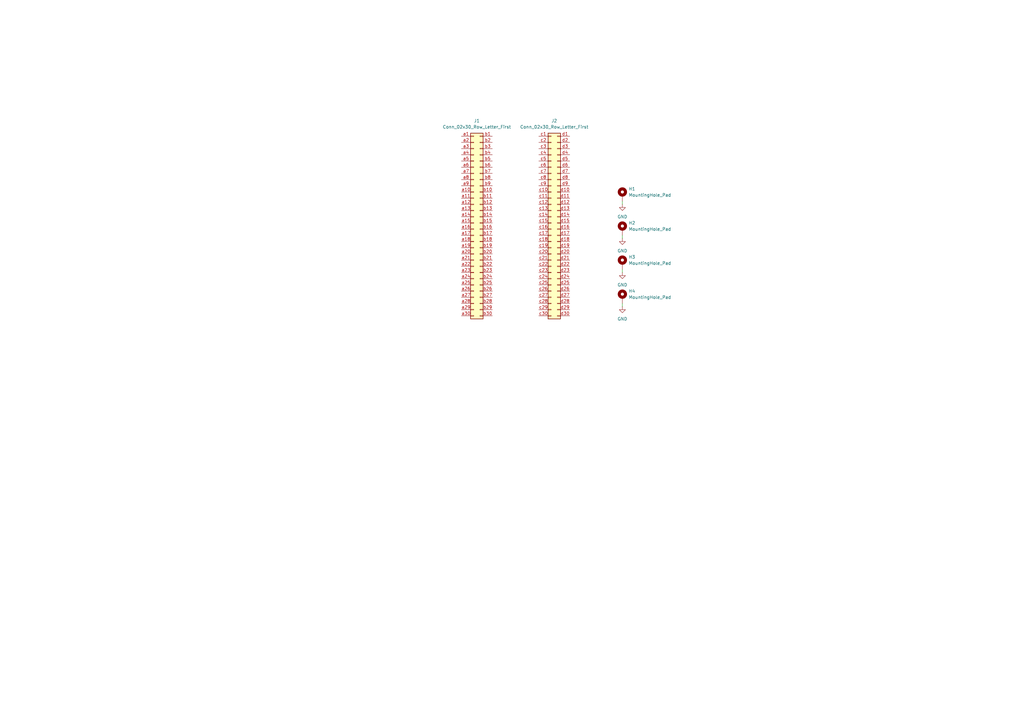
<source format=kicad_sch>
(kicad_sch (version 20231120) (generator "eeschema") (generator_version "8.0")
  (paper "A3")
  (title_block (title "PCI-104 Template") (date "2024-10-19") (rev "A") (company "GU Orbit"))
  (lib_symbols
    (symbol "Conn_02x30_Row_Letter_First_1" (pin_names (offset 1.016) hide)
      (property "Reference" "J2" (at 1.27 41.91 0))
      (property "Value" "Conn_02x30_Row_Letter_First" (at 1.27 39.37 0))
      (symbol "Conn_02x30_Row_Letter_First_1_1_1"
        (rectangle (start -1.27 -37.973) (end 0 -38.227) (stroke (width 0.1524)))
        (rectangle (start -1.27 -35.433) (end 0 -35.687) (stroke (width 0.1524)))
        (rectangle (start -1.27 -32.893) (end 0 -33.147) (stroke (width 0.1524)))
        (rectangle (start -1.27 -30.353) (end 0 -30.607) (stroke (width 0.1524)))
        (rectangle (start -1.27 -27.813) (end 0 -28.067) (stroke (width 0.1524)))
        (rectangle (start -1.27 -25.273) (end 0 -25.527) (stroke (width 0.1524)))
        (rectangle (start -1.27 -22.733) (end 0 -22.987) (stroke (width 0.1524)))
        (rectangle (start -1.27 -20.193) (end 0 -20.447) (stroke (width 0.1524)))
        (rectangle (start -1.27 -17.653) (end 0 -17.907) (stroke (width 0.1524)))
        (rectangle (start -1.27 -15.113) (end 0 -15.367) (stroke (width 0.1524)))
        (rectangle (start -1.27 -12.573) (end 0 -12.827) (stroke (width 0.1524)))
        (rectangle (start -1.27 -10.033) (end 0 -10.287) (stroke (width 0.1524)))
        (rectangle (start -1.27 -7.493) (end 0 -7.747) (stroke (width 0.1524)))
        (rectangle (start -1.27 -4.953) (end 0 -5.207) (stroke (width 0.1524)))
        (rectangle (start -1.27 -2.413) (end 0 -2.667) (stroke (width 0.1524)))
        (rectangle (start -1.27 0.127) (end 0 -0.127) (stroke (width 0.1524)))
        (rectangle (start -1.27 2.667) (end 0 2.413) (stroke (width 0.1524)))
        (rectangle (start -1.27 5.207) (end 0 4.953) (stroke (width 0.1524)))
        (rectangle (start -1.27 7.747) (end 0 7.493) (stroke (width 0.1524)))
        (rectangle (start -1.27 10.287) (end 0 10.033) (stroke (width 0.1524)))
        (rectangle (start -1.27 12.827) (end 0 12.573) (stroke (width 0.1524)))
        (rectangle (start -1.27 15.367) (end 0 15.113) (stroke (width 0.1524)))
        (rectangle (start -1.27 17.907) (end 0 17.653) (stroke (width 0.1524)))
        (rectangle (start -1.27 20.447) (end 0 20.193) (stroke (width 0.1524)))
        (rectangle (start -1.27 22.987) (end 0 22.733) (stroke (width 0.1524)))
        (rectangle (start -1.27 25.527) (end 0 25.273) (stroke (width 0.1524)))
        (rectangle (start -1.27 28.067) (end 0 27.813) (stroke (width 0.1524)))
        (rectangle (start -1.27 30.607) (end 0 30.353) (stroke (width 0.1524)))
        (rectangle (start -1.27 33.147) (end 0 32.893) (stroke (width 0.1524)))
        (rectangle (start -1.27 35.687) (end 0 35.433) (stroke (width 0.1524)))
        (rectangle (start -1.27 36.83) (end 3.81 -39.37) (stroke (width 0.254)) (fill (type background)))
        (rectangle (start 3.81 -37.973) (end 2.54 -38.227) (stroke (width 0.1524)))
        (rectangle (start 3.81 -35.433) (end 2.54 -35.687) (stroke (width 0.1524)))
        (rectangle (start 3.81 -32.893) (end 2.54 -33.147) (stroke (width 0.1524)))
        (rectangle (start 3.81 -30.353) (end 2.54 -30.607) (stroke (width 0.1524)))
        (rectangle (start 3.81 -27.813) (end 2.54 -28.067) (stroke (width 0.1524)))
        (rectangle (start 3.81 -25.273) (end 2.54 -25.527) (stroke (width 0.1524)))
        (rectangle (start 3.81 -22.733) (end 2.54 -22.987) (stroke (width 0.1524)))
        (rectangle (start 3.81 -20.193) (end 2.54 -20.447) (stroke (width 0.1524)))
        (rectangle (start 3.81 -17.653) (end 2.54 -17.907) (stroke (width 0.1524)))
        (rectangle (start 3.81 -15.113) (end 2.54 -15.367) (stroke (width 0.1524)))
        (rectangle (start 3.81 -12.573) (end 2.54 -12.827) (stroke (width 0.1524)))
        (rectangle (start 3.81 -10.033) (end 2.54 -10.287) (stroke (width 0.1524)))
        (rectangle (start 3.81 -7.493) (end 2.54 -7.747) (stroke (width 0.1524)))
        (rectangle (start 3.81 -4.953) (end 2.54 -5.207) (stroke (width 0.1524)))
        (rectangle (start 3.81 -2.413) (end 2.54 -2.667) (stroke (width 0.1524)))
        (rectangle (start 3.81 0.127) (end 2.54 -0.127) (stroke (width 0.1524)))
        (rectangle (start 3.81 2.667) (end 2.54 2.413) (stroke (width 0.1524)))
        (rectangle (start 3.81 5.207) (end 2.54 4.953) (stroke (width 0.1524)))
        (rectangle (start 3.81 7.747) (end 2.54 7.493) (stroke (width 0.1524)))
        (rectangle (start 3.81 10.287) (end 2.54 10.033) (stroke (width 0.1524)))
        (rectangle (start 3.81 12.827) (end 2.54 12.573) (stroke (width 0.1524)))
        (rectangle (start 3.81 15.367) (end 2.54 15.113) (stroke (width 0.1524)))
        (rectangle (start 3.81 17.907) (end 2.54 17.653) (stroke (width 0.1524)))
        (rectangle (start 3.81 20.447) (end 2.54 20.193) (stroke (width 0.1524)))
        (rectangle (start 3.81 22.987) (end 2.54 22.733) (stroke (width 0.1524)))
        (rectangle (start 3.81 25.527) (end 2.54 25.273) (stroke (width 0.1524)))
        (rectangle (start 3.81 28.067) (end 2.54 27.813) (stroke (width 0.1524)))
        (rectangle (start 3.81 30.607) (end 2.54 30.353) (stroke (width 0.1524)))
        (rectangle (start 3.81 33.147) (end 2.54 32.893) (stroke (width 0.1524)))
        (rectangle (start 3.81 35.687) (end 2.54 35.433) (stroke (width 0.1524)))
        (pin passive line (at -5.08 35.56 0) (length 3.81) (name "Pin_a1") (number "c1"))
        (pin passive line (at -5.08 12.7 0) (length 3.81) (name "Pin_a10") (number "c10"))
        (pin passive line (at -5.08 10.16 0) (length 3.81) (name "Pin_a11") (number "c11"))
        (pin passive line (at -5.08 7.62 0) (length 3.81) (name "Pin_a12") (number "c12"))
        (pin passive line (at -5.08 5.08 0) (length 3.81) (name "Pin_a13") (number "c13"))
        (pin passive line (at -5.08 2.54 0) (length 3.81) (name "Pin_a14") (number "c14"))
        (pin passive line (at -5.08 0 0) (length 3.81) (name "Pin_a15") (number "c15"))
        (pin passive line (at -5.08 -2.54 0) (length 3.81) (name "Pin_a16") (number "c16"))
        (pin passive line (at -5.08 -5.08 0) (length 3.81) (name "Pin_a17") (number "c17"))
        (pin passive line (at -5.08 -7.62 0) (length 3.81) (name "Pin_a18") (number "c18"))
        (pin passive line (at -5.08 -10.16 0) (length 3.81) (name "Pin_a19") (number "c19"))
        (pin passive line (at -5.08 33.02 0) (length 3.81) (name "Pin_a2") (number "c2"))
        (pin passive line (at -5.08 -12.7 0) (length 3.81) (name "Pin_a20") (number "c20"))
        (pin passive line (at -5.08 -15.24 0) (length 3.81) (name "Pin_a21") (number "c21"))
        (pin passive line (at -5.08 -17.78 0) (length 3.81) (name "Pin_a22") (number "c22"))
        (pin passive line (at -5.08 -20.32 0) (length 3.81) (name "Pin_a23") (number "c23"))
        (pin passive line (at -5.08 -22.86 0) (length 3.81) (name "Pin_a24") (number "c24"))
        (pin passive line (at -5.08 -25.4 0) (length 3.81) (name "Pin_a25") (number "c25"))
        (pin passive line (at -5.08 -27.94 0) (length 3.81) (name "Pin_a26") (number "c26"))
        (pin passive line (at -5.08 -30.48 0) (length 3.81) (name "Pin_a27") (number "c27"))
        (pin passive line (at -5.08 -33.02 0) (length 3.81) (name "Pin_a28") (number "c28"))
        (pin passive line (at -5.08 -35.56 0) (length 3.81) (name "Pin_a29") (number "c29"))
        (pin passive line (at -5.08 30.48 0) (length 3.81) (name "Pin_a3") (number "c3"))
        (pin passive line (at -5.08 -38.1 0) (length 3.81) (name "Pin_a30") (number "c30"))
        (pin passive line (at -5.08 27.94 0) (length 3.81) (name "Pin_a4") (number "c4"))
        (pin passive line (at -5.08 25.4 0) (length 3.81) (name "Pin_a5") (number "c5"))
        (pin passive line (at -5.08 22.86 0) (length 3.81) (name "Pin_a6") (number "c6"))
        (pin passive line (at -5.08 20.32 0) (length 3.81) (name "Pin_a7") (number "c7"))
        (pin passive line (at -5.08 17.78 0) (length 3.81) (name "Pin_a8") (number "c8"))
        (pin passive line (at -5.08 15.24 0) (length 3.81) (name "Pin_a9") (number "c9"))
        (pin passive line (at 7.62 35.56 180) (length 3.81) (name "Pin_b1") (number "d1"))
        (pin passive line (at 7.62 12.7 180) (length 3.81) (name "Pin_b10") (number "d10"))
        (pin passive line (at 7.62 10.16 180) (length 3.81) (name "Pin_b11") (number "d11"))
        (pin passive line (at 7.62 7.62 180) (length 3.81) (name "Pin_b12") (number "d12"))
        (pin passive line (at 7.62 5.08 180) (length 3.81) (name "Pin_b13") (number "d13"))
        (pin passive line (at 7.62 2.54 180) (length 3.81) (name "Pin_b14") (number "d14"))
        (pin passive line (at 7.62 0 180) (length 3.81) (name "Pin_b15") (number "d15"))
        (pin passive line (at 7.62 -2.54 180) (length 3.81) (name "Pin_b16") (number "d16"))
        (pin passive line (at 7.62 -5.08 180) (length 3.81) (name "Pin_b17") (number "d17"))
        (pin passive line (at 7.62 -7.62 180) (length 3.81) (name "Pin_b18") (number "d18"))
        (pin passive line (at 7.62 -10.16 180) (length 3.81) (name "Pin_b19") (number "d19"))
        (pin passive line (at 7.62 33.02 180) (length 3.81) (name "Pin_b2") (number "d2"))
        (pin passive line (at 7.62 -12.7 180) (length 3.81) (name "Pin_b20") (number "d20"))
        (pin passive line (at 7.62 -15.24 180) (length 3.81) (name "Pin_b21") (number "d21"))
        (pin passive line (at 7.62 -17.78 180) (length 3.81) (name "Pin_b22") (number "d22"))
        (pin passive line (at 7.62 -20.32 180) (length 3.81) (name "Pin_b23") (number "d23"))
        (pin passive line (at 7.62 -22.86 180) (length 3.81) (name "Pin_b24") (number "d24"))
        (pin passive line (at 7.62 -25.4 180) (length 3.81) (name "Pin_b25") (number "d25"))
        (pin passive line (at 7.62 -27.94 180) (length 3.81) (name "Pin_b26") (number "d26"))
        (pin passive line (at 7.62 -30.48 180) (length 3.81) (name "Pin_b27") (number "d27"))
        (pin passive line (at 7.62 -33.02 180) (length 3.81) (name "Pin_b28") (number "d28"))
        (pin passive line (at 7.62 -35.56 180) (length 3.81) (name "Pin_b29") (number "d29"))
        (pin passive line (at 7.62 30.48 180) (length 3.81) (name "Pin_b3") (number "d3"))
        (pin passive line (at 7.62 -38.1 180) (length 3.81) (name "Pin_b30") (number "d30"))
        (pin passive line (at 7.62 27.94 180) (length 3.81) (name "Pin_b4") (number "d4"))
        (pin passive line (at 7.62 25.4 180) (length 3.81) (name "Pin_b5") (number "d5"))
        (pin passive line (at 7.62 22.86 180) (length 3.81) (name "Pin_b6") (number "d6"))
        (pin passive line (at 7.62 20.32 180) (length 3.81) (name "Pin_b7") (number "d7"))
        (pin passive line (at 7.62 17.78 180) (length 3.81) (name "Pin_b8") (number "d8"))
        (pin passive line (at 7.62 15.24 180) (length 3.81) (name "Pin_b9") (number "d9"))
      )
    )
    (symbol "Connector_Generic:Conn_02x30_Row_Letter_First" (pin_names (offset 1.016) hide)
      (property "Reference" "J" (at 1.27 38.1 0))
      (property "Value" "Conn_02x30_Row_Letter_First" (at 1.27 -40.64 0))
      (symbol "Conn_02x30_Row_Letter_First_1_1"
        (rectangle (start -1.27 -37.973) (end 0 -38.227) (stroke (width 0.1524)))
        (rectangle (start -1.27 -35.433) (end 0 -35.687) (stroke (width 0.1524)))
        (rectangle (start -1.27 -32.893) (end 0 -33.147) (stroke (width 0.1524)))
        (rectangle (start -1.27 -30.353) (end 0 -30.607) (stroke (width 0.1524)))
        (rectangle (start -1.27 -27.813) (end 0 -28.067) (stroke (width 0.1524)))
        (rectangle (start -1.27 -25.273) (end 0 -25.527) (stroke (width 0.1524)))
        (rectangle (start -1.27 -22.733) (end 0 -22.987) (stroke (width 0.1524)))
        (rectangle (start -1.27 -20.193) (end 0 -20.447) (stroke (width 0.1524)))
        (rectangle (start -1.27 -17.653) (end 0 -17.907) (stroke (width 0.1524)))
        (rectangle (start -1.27 -15.113) (end 0 -15.367) (stroke (width 0.1524)))
        (rectangle (start -1.27 -12.573) (end 0 -12.827) (stroke (width 0.1524)))
        (rectangle (start -1.27 -10.033) (end 0 -10.287) (stroke (width 0.1524)))
        (rectangle (start -1.27 -7.493) (end 0 -7.747) (stroke (width 0.1524)))
        (rectangle (start -1.27 -4.953) (end 0 -5.207) (stroke (width 0.1524)))
        (rectangle (start -1.27 -2.413) (end 0 -2.667) (stroke (width 0.1524)))
        (rectangle (start -1.27 0.127) (end 0 -0.127) (stroke (width 0.1524)))
        (rectangle (start -1.27 2.667) (end 0 2.413) (stroke (width 0.1524)))
        (rectangle (start -1.27 5.207) (end 0 4.953) (stroke (width 0.1524)))
        (rectangle (start -1.27 7.747) (end 0 7.493) (stroke (width 0.1524)))
        (rectangle (start -1.27 10.287) (end 0 10.033) (stroke (width 0.1524)))
        (rectangle (start -1.27 12.827) (end 0 12.573) (stroke (width 0.1524)))
        (rectangle (start -1.27 15.367) (end 0 15.113) (stroke (width 0.1524)))
        (rectangle (start -1.27 17.907) (end 0 17.653) (stroke (width 0.1524)))
        (rectangle (start -1.27 20.447) (end 0 20.193) (stroke (width 0.1524)))
        (rectangle (start -1.27 22.987) (end 0 22.733) (stroke (width 0.1524)))
        (rectangle (start -1.27 25.527) (end 0 25.273) (stroke (width 0.1524)))
        (rectangle (start -1.27 28.067) (end 0 27.813) (stroke (width 0.1524)))
        (rectangle (start -1.27 30.607) (end 0 30.353) (stroke (width 0.1524)))
        (rectangle (start -1.27 33.147) (end 0 32.893) (stroke (width 0.1524)))
        (rectangle (start -1.27 35.687) (end 0 35.433) (stroke (width 0.1524)))
        (rectangle (start -1.27 36.83) (end 3.81 -39.37) (stroke (width 0.254)) (fill (type background)))
        (rectangle (start 3.81 -37.973) (end 2.54 -38.227) (stroke (width 0.1524)))
        (rectangle (start 3.81 -35.433) (end 2.54 -35.687) (stroke (width 0.1524)))
        (rectangle (start 3.81 -32.893) (end 2.54 -33.147) (stroke (width 0.1524)))
        (rectangle (start 3.81 -30.353) (end 2.54 -30.607) (stroke (width 0.1524)))
        (rectangle (start 3.81 -27.813) (end 2.54 -28.067) (stroke (width 0.1524)))
        (rectangle (start 3.81 -25.273) (end 2.54 -25.527) (stroke (width 0.1524)))
        (rectangle (start 3.81 -22.733) (end 2.54 -22.987) (stroke (width 0.1524)))
        (rectangle (start 3.81 -20.193) (end 2.54 -20.447) (stroke (width 0.1524)))
        (rectangle (start 3.81 -17.653) (end 2.54 -17.907) (stroke (width 0.1524)))
        (rectangle (start 3.81 -15.113) (end 2.54 -15.367) (stroke (width 0.1524)))
        (rectangle (start 3.81 -12.573) (end 2.54 -12.827) (stroke (width 0.1524)))
        (rectangle (start 3.81 -10.033) (end 2.54 -10.287) (stroke (width 0.1524)))
        (rectangle (start 3.81 -7.493) (end 2.54 -7.747) (stroke (width 0.1524)))
        (rectangle (start 3.81 -4.953) (end 2.54 -5.207) (stroke (width 0.1524)))
        (rectangle (start 3.81 -2.413) (end 2.54 -2.667) (stroke (width 0.1524)))
        (rectangle (start 3.81 0.127) (end 2.54 -0.127) (stroke (width 0.1524)))
        (rectangle (start 3.81 2.667) (end 2.54 2.413) (stroke (width 0.1524)))
        (rectangle (start 3.81 5.207) (end 2.54 4.953) (stroke (width 0.1524)))
        (rectangle (start 3.81 7.747) (end 2.54 7.493) (stroke (width 0.1524)))
        (rectangle (start 3.81 10.287) (end 2.54 10.033) (stroke (width 0.1524)))
        (rectangle (start 3.81 12.827) (end 2.54 12.573) (stroke (width 0.1524)))
        (rectangle (start 3.81 15.367) (end 2.54 15.113) (stroke (width 0.1524)))
        (rectangle (start 3.81 17.907) (end 2.54 17.653) (stroke (width 0.1524)))
        (rectangle (start 3.81 20.447) (end 2.54 20.193) (stroke (width 0.1524)))
        (rectangle (start 3.81 22.987) (end 2.54 22.733) (stroke (width 0.1524)))
        (rectangle (start 3.81 25.527) (end 2.54 25.273) (stroke (width 0.1524)))
        (rectangle (start 3.81 28.067) (end 2.54 27.813) (stroke (width 0.1524)))
        (rectangle (start 3.81 30.607) (end 2.54 30.353) (stroke (width 0.1524)))
        (rectangle (start 3.81 33.147) (end 2.54 32.893) (stroke (width 0.1524)))
        (rectangle (start 3.81 35.687) (end 2.54 35.433) (stroke (width 0.1524)))
        (pin passive line (at -5.08 35.56 0) (length 3.81) (name "Pin_a1") (number "a1"))
        (pin passive line (at -5.08 12.7 0) (length 3.81) (name "Pin_a10") (number "a10"))
        (pin passive line (at -5.08 10.16 0) (length 3.81) (name "Pin_a11") (number "a11"))
        (pin passive line (at -5.08 7.62 0) (length 3.81) (name "Pin_a12") (number "a12"))
        (pin passive line (at -5.08 5.08 0) (length 3.81) (name "Pin_a13") (number "a13"))
        (pin passive line (at -5.08 2.54 0) (length 3.81) (name "Pin_a14") (number "a14"))
        (pin passive line (at -5.08 0 0) (length 3.81) (name "Pin_a15") (number "a15"))
        (pin passive line (at -5.08 -2.54 0) (length 3.81) (name "Pin_a16") (number "a16"))
        (pin passive line (at -5.08 -5.08 0) (length 3.81) (name "Pin_a17") (number "a17"))
        (pin passive line (at -5.08 -7.62 0) (length 3.81) (name "Pin_a18") (number "a18"))
        (pin passive line (at -5.08 -10.16 0) (length 3.81) (name "Pin_a19") (number "a19"))
        (pin passive line (at -5.08 33.02 0) (length 3.81) (name "Pin_a2") (number "a2"))
        (pin passive line (at -5.08 -12.7 0) (length 3.81) (name "Pin_a20") (number "a20"))
        (pin passive line (at -5.08 -15.24 0) (length 3.81) (name "Pin_a21") (number "a21"))
        (pin passive line (at -5.08 -17.78 0) (length 3.81) (name "Pin_a22") (number "a22"))
        (pin passive line (at -5.08 -20.32 0) (length 3.81) (name "Pin_a23") (number "a23"))
        (pin passive line (at -5.08 -22.86 0) (length 3.81) (name "Pin_a24") (number "a24"))
        (pin passive line (at -5.08 -25.4 0) (length 3.81) (name "Pin_a25") (number "a25"))
        (pin passive line (at -5.08 -27.94 0) (length 3.81) (name "Pin_a26") (number "a26"))
        (pin passive line (at -5.08 -30.48 0) (length 3.81) (name "Pin_a27") (number "a27"))
        (pin passive line (at -5.08 -33.02 0) (length 3.81) (name "Pin_a28") (number "a28"))
        (pin passive line (at -5.08 -35.56 0) (length 3.81) (name "Pin_a29") (number "a29"))
        (pin passive line (at -5.08 30.48 0) (length 3.81) (name "Pin_a3") (number "a3"))
        (pin passive line (at -5.08 -38.1 0) (length 3.81) (name "Pin_a30") (number "a30"))
        (pin passive line (at -5.08 27.94 0) (length 3.81) (name "Pin_a4") (number "a4"))
        (pin passive line (at -5.08 25.4 0) (length 3.81) (name "Pin_a5") (number "a5"))
        (pin passive line (at -5.08 22.86 0) (length 3.81) (name "Pin_a6") (number "a6"))
        (pin passive line (at -5.08 20.32 0) (length 3.81) (name "Pin_a7") (number "a7"))
        (pin passive line (at -5.08 17.78 0) (length 3.81) (name "Pin_a8") (number "a8"))
        (pin passive line (at -5.08 15.24 0) (length 3.81) (name "Pin_a9") (number "a9"))
        (pin passive line (at 7.62 35.56 180) (length 3.81) (name "Pin_b1") (number "b1"))
        (pin passive line (at 7.62 12.7 180) (length 3.81) (name "Pin_b10") (number "b10"))
        (pin passive line (at 7.62 10.16 180) (length 3.81) (name "Pin_b11") (number "b11"))
        (pin passive line (at 7.62 7.62 180) (length 3.81) (name "Pin_b12") (number "b12"))
        (pin passive line (at 7.62 5.08 180) (length 3.81) (name "Pin_b13") (number "b13"))
        (pin passive line (at 7.62 2.54 180) (length 3.81) (name "Pin_b14") (number "b14"))
        (pin passive line (at 7.62 0 180) (length 3.81) (name "Pin_b15") (number "b15"))
        (pin passive line (at 7.62 -2.54 180) (length 3.81) (name "Pin_b16") (number "b16"))
        (pin passive line (at 7.62 -5.08 180) (length 3.81) (name "Pin_b17") (number "b17"))
        (pin passive line (at 7.62 -7.62 180) (length 3.81) (name "Pin_b18") (number "b18"))
        (pin passive line (at 7.62 -10.16 180) (length 3.81) (name "Pin_b19") (number "b19"))
        (pin passive line (at 7.62 33.02 180) (length 3.81) (name "Pin_b2") (number "b2"))
        (pin passive line (at 7.62 -12.7 180) (length 3.81) (name "Pin_b20") (number "b20"))
        (pin passive line (at 7.62 -15.24 180) (length 3.81) (name "Pin_b21") (number "b21"))
        (pin passive line (at 7.62 -17.78 180) (length 3.81) (name "Pin_b22") (number "b22"))
        (pin passive line (at 7.62 -20.32 180) (length 3.81) (name "Pin_b23") (number "b23"))
        (pin passive line (at 7.62 -22.86 180) (length 3.81) (name "Pin_b24") (number "b24"))
        (pin passive line (at 7.62 -25.4 180) (length 3.81) (name "Pin_b25") (number "b25"))
        (pin passive line (at 7.62 -27.94 180) (length 3.81) (name "Pin_b26") (number "b26"))
        (pin passive line (at 7.62 -30.48 180) (length 3.81) (name "Pin_b27") (number "b27"))
        (pin passive line (at 7.62 -33.02 180) (length 3.81) (name "Pin_b28") (number "b28"))
        (pin passive line (at 7.62 -35.56 180) (length 3.81) (name "Pin_b29") (number "b29"))
        (pin passive line (at 7.62 30.48 180) (length 3.81) (name "Pin_b3") (number "b3"))
        (pin passive line (at 7.62 -38.1 180) (length 3.81) (name "Pin_b30") (number "b30"))
        (pin passive line (at 7.62 27.94 180) (length 3.81) (name "Pin_b4") (number "b4"))
        (pin passive line (at 7.62 25.4 180) (length 3.81) (name "Pin_b5") (number "b5"))
        (pin passive line (at 7.62 22.86 180) (length 3.81) (name "Pin_b6") (number "b6"))
        (pin passive line (at 7.62 20.32 180) (length 3.81) (name "Pin_b7") (number "b7"))
        (pin passive line (at 7.62 17.78 180) (length 3.81) (name "Pin_b8") (number "b8"))
        (pin passive line (at 7.62 15.24 180) (length 3.81) (name "Pin_b9") (number "b9"))
      )
    )
    (symbol "Mechanical:MountingHole_Pad" (pin_numbers hide) (pin_names (offset 1.016) hide) (exclude_from_sim yes) (in_bom no)
      (property "Reference" "H" (at 0 6.35 0))
      (property "Value" "MountingHole_Pad" (at 0 4.445 0))
      (symbol "MountingHole_Pad_0_1"
        (circle (center 0 1.27) (radius 1.27) (stroke (width 1.27)))
      )
      (symbol "MountingHole_Pad_1_1"
        (pin input line (at 0 -2.54 90) (length 2.54) (name "1") (number "1"))
      )
    )
    (symbol "power:GND" (power) (pin_numbers hide) (pin_names (offset 0) hide)
      (property "Value" "GND" (at 0 -3.81 0))
      (symbol "GND_0_1"
        (polyline (pts (xy 0 0) (xy 0 -1.27) (xy 1.27 -1.27) (xy 0 -2.54) (xy -1.27 -1.27) (xy 0 -1.27)))
      )
      (symbol "GND_1_1"
        (pin power_in line (at 0 0 270) (length 0) (name "~") (number "1"))
      )
    )
  )
  (wire (pts (xy 255.27 96.52) (xy 255.27 97.79)))
  (wire (pts (xy 255.27 110.49) (xy 255.27 111.76)))
  (wire (pts (xy 255.27 82.55) (xy 255.27 83.82)))
  (wire (pts (xy 255.27 124.46) (xy 255.27 125.73)))
  (symbol (lib_id "power:GND") (at 255.27 125.73 0) (unit 1)
    (property "Reference" "#PWR04" (effects (hide yes)))
    (property "Value" "GND" (at 255.27 130.81 0))
    (property "Description" "Power symbol creates a global label with name \"GND\" , ground" (effects (hide yes)))
  )
  (symbol (lib_id "power:GND") (at 255.27 83.82 0) (unit 1)
    (property "Reference" "#PWR01" (effects (hide yes)))
    (property "Value" "GND" (at 255.27 88.9 0))
    (property "Description" "Power symbol creates a global label with name \"GND\" , ground" (effects (hide yes)))
  )
  (symbol (lib_id "power:GND") (at 255.27 111.76 0) (unit 1)
    (property "Reference" "#PWR03" (effects (hide yes)))
    (property "Value" "GND" (at 255.27 116.84 0))
    (property "Description" "Power symbol creates a global label with name \"GND\" , ground" (effects (hide yes)))
  )
  (symbol (lib_id "power:GND") (at 255.27 97.79 0) (unit 1)
    (property "Reference" "#PWR02" (effects (hide yes)))
    (property "Value" "GND" (at 255.27 102.87 0))
    (property "Description" "Power symbol creates a global label with name \"GND\" , ground" (effects (hide yes)))
  )
  (symbol (lib_id "Mechanical:MountingHole_Pad") (at 255.27 80.01 0) (unit 1) (exclude_from_sim yes) (in_bom no)
    (property "Reference" "H1" (at 257.81 77.4699 0) (effects (justify left)))
    (property "Value" "MountingHole_Pad" (at 257.81 80.0099 0) (effects (justify left)))
    (property "Footprint" "MountingHole:MountingHole_3.2mm_M3_Pad_TopBottom" (effects (hide yes)))
    (property "Description" "Mounting Hole with connection" (effects (hide yes)))
  )
  (symbol (lib_name "Conn_02x30_Row_Letter_First_1") (lib_id "Connector_Generic:Conn_02x30_Row_Letter_First") (at 226.06 91.44 0) (unit 1)
    (property "Reference" "J2" (at 227.33 49.53 0))
    (property "Value" "Conn_02x30_Row_Letter_First" (at 227.33 52.07 0))
    (property "Footprint" "Connector_PinSocket_2.00mm:PinSocket_2x30_P2.00mm_Vertical" (effects (hide yes)))
    (property "Description" "Generic connector, double row, 02x30, row letter first pin numbering scheme (pin number consists of a letter for the row and a number for the pin index in this row. a1, ..., aN; b1, ..., bN), script generated (kicad-library-utils/schlib/autogen/connector/)" (effects (hide yes)))
  )
  (symbol (lib_id "Mechanical:MountingHole_Pad") (at 255.27 121.92 0) (unit 1) (exclude_from_sim yes) (in_bom no)
    (property "Reference" "H4" (at 257.81 119.3799 0) (effects (justify left)))
    (property "Value" "MountingHole_Pad" (at 257.81 121.9199 0) (effects (justify left)))
    (property "Footprint" "MountingHole:MountingHole_3.2mm_M3_Pad_TopBottom" (effects (hide yes)))
    (property "Description" "Mounting Hole with connection" (effects (hide yes)))
  )
  (symbol (lib_id "Mechanical:MountingHole_Pad") (at 255.27 93.98 0) (unit 1) (exclude_from_sim yes) (in_bom no)
    (property "Reference" "H2" (at 257.81 91.4399 0) (effects (justify left)))
    (property "Value" "MountingHole_Pad" (at 257.81 93.9799 0) (effects (justify left)))
    (property "Footprint" "MountingHole:MountingHole_3.2mm_M3_Pad_TopBottom" (effects (hide yes)))
    (property "Description" "Mounting Hole with connection" (effects (hide yes)))
  )
  (symbol (lib_id "Mechanical:MountingHole_Pad") (at 255.27 107.95 0) (unit 1) (exclude_from_sim yes) (in_bom no)
    (property "Reference" "H3" (at 257.81 105.4099 0) (effects (justify left)))
    (property "Value" "MountingHole_Pad" (at 257.81 107.9499 0) (effects (justify left)))
    (property "Footprint" "MountingHole:MountingHole_3.2mm_M3_Pad_TopBottom" (effects (hide yes)))
    (property "Description" "Mounting Hole with connection" (effects (hide yes)))
  )
  (symbol (lib_id "Connector_Generic:Conn_02x30_Row_Letter_First") (at 194.31 91.44 0) (unit 1)
    (property "Reference" "J1" (at 195.58 49.53 0))
    (property "Value" "Conn_02x30_Row_Letter_First" (at 195.58 52.07 0))
    (property "Footprint" "Connector_PinSocket_2.00mm:PinSocket_2x30_P2.00mm_Vertical" (effects (hide yes)))
    (property "Description" "Generic connector, double row, 02x30, row letter first pin numbering scheme (pin number consists of a letter for the row and a number for the pin index in this row. a1, ..., aN; b1, ..., bN), script generated (kicad-library-utils/schlib/autogen/connector/)" (effects (hide yes)))
  )
)
</source>
